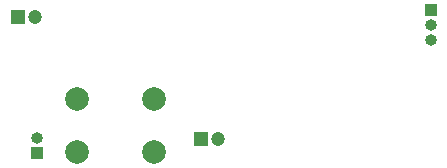
<source format=gbr>
%TF.GenerationSoftware,KiCad,Pcbnew,7.0.2-6a45011f42~172~ubuntu22.04.1*%
%TF.CreationDate,2023-05-13T15:44:37+12:00*%
%TF.ProjectId,KA1119,4b413131-3139-42e6-9b69-6361645f7063,rev?*%
%TF.SameCoordinates,Original*%
%TF.FileFunction,Soldermask,Bot*%
%TF.FilePolarity,Negative*%
%FSLAX46Y46*%
G04 Gerber Fmt 4.6, Leading zero omitted, Abs format (unit mm)*
G04 Created by KiCad (PCBNEW 7.0.2-6a45011f42~172~ubuntu22.04.1) date 2023-05-13 15:44:37*
%MOMM*%
%LPD*%
G01*
G04 APERTURE LIST*
%ADD10C,2.000000*%
%ADD11R,1.200000X1.200000*%
%ADD12C,1.200000*%
%ADD13R,1.000000X1.000000*%
%ADD14O,1.000000X1.000000*%
G04 APERTURE END LIST*
D10*
%TO.C,SW1*%
X167640000Y-100400000D03*
X174140000Y-100400000D03*
X167640000Y-95900000D03*
X174140000Y-95900000D03*
%TD*%
D11*
%TO.C,C2*%
X162640000Y-88990000D03*
D12*
X164140000Y-88990000D03*
%TD*%
D11*
%TO.C,C1*%
X178120000Y-99320000D03*
D12*
X179620000Y-99320000D03*
%TD*%
D13*
%TO.C,9v*%
X164270000Y-100470000D03*
D14*
X164270000Y-99200000D03*
%TD*%
%TO.C,J1*%
X197600000Y-90900000D03*
X197600000Y-89630000D03*
D13*
X197600000Y-88360000D03*
%TD*%
M02*

</source>
